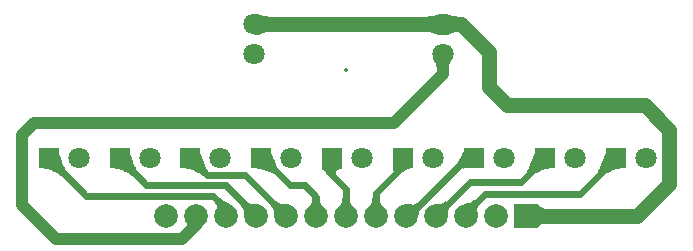
<source format=gbl>
%TF.GenerationSoftware,KiCad,Pcbnew,8.0.1*%
%TF.CreationDate,2024-06-22T15:25:25+02:00*%
%TF.ProjectId,BMW E30 VFL SI Indicator V2,424d5720-4533-4302-9056-464c20534920,rev?*%
%TF.SameCoordinates,Original*%
%TF.FileFunction,Copper,L2,Bot*%
%TF.FilePolarity,Positive*%
%FSLAX46Y46*%
G04 Gerber Fmt 4.6, Leading zero omitted, Abs format (unit mm)*
G04 Created by KiCad (PCBNEW 8.0.1) date 2024-06-22 15:25:25*
%MOMM*%
%LPD*%
G01*
G04 APERTURE LIST*
%TA.AperFunction,ComponentPad*%
%ADD10R,1.800000X1.800000*%
%TD*%
%TA.AperFunction,ComponentPad*%
%ADD11C,1.800000*%
%TD*%
%TA.AperFunction,ComponentPad*%
%ADD12R,2.000000X2.000000*%
%TD*%
%TA.AperFunction,ComponentPad*%
%ADD13C,2.000000*%
%TD*%
%TA.AperFunction,Conductor*%
%ADD14C,0.600000*%
%TD*%
%TA.AperFunction,Conductor*%
%ADD15C,1.300000*%
%TD*%
%TA.AperFunction,Conductor*%
%ADD16C,1.000000*%
%TD*%
%ADD17C,0.350000*%
G04 APERTURE END LIST*
D10*
%TO.P,D5,1,K*%
%TO.N,Net-(D5-K)*%
X149125000Y-85500000D03*
D11*
%TO.P,D5,2,A*%
%TO.N,Net-(D1-A)*%
X151665000Y-85500000D03*
%TD*%
D10*
%TO.P,D9,1,K*%
%TO.N,Net-(D9-K)*%
X125125000Y-85500000D03*
D11*
%TO.P,D9,2,A*%
%TO.N,Net-(D1-A)*%
X127665000Y-85500000D03*
%TD*%
D10*
%TO.P,D1,1,K*%
%TO.N,Net-(D1-K)*%
X173125000Y-85500000D03*
D11*
%TO.P,D1,2,A*%
%TO.N,Net-(D1-A)*%
X175665000Y-85500000D03*
%TD*%
D10*
%TO.P,D4,1,K*%
%TO.N,Net-(D4-K)*%
X155125000Y-85500000D03*
D11*
%TO.P,D4,2,A*%
%TO.N,Net-(D1-A)*%
X157665000Y-85500000D03*
%TD*%
D10*
%TO.P,D6,1,K*%
%TO.N,Net-(D6-K)*%
X143125000Y-85500000D03*
D11*
%TO.P,D6,2,A*%
%TO.N,Net-(D1-A)*%
X145665000Y-85500000D03*
%TD*%
D10*
%TO.P,D7,1,K*%
%TO.N,Net-(D7-K)*%
X137125000Y-85500000D03*
D11*
%TO.P,D7,2,A*%
%TO.N,Net-(D1-A)*%
X139665000Y-85500000D03*
%TD*%
D10*
%TO.P,D8,1,K*%
%TO.N,Net-(D8-K)*%
X131125000Y-85500000D03*
D11*
%TO.P,D8,2,A*%
%TO.N,Net-(D1-A)*%
X133665000Y-85500000D03*
%TD*%
%TO.P,LA2,1,-*%
%TO.N,Net-(J1-BULB_INSPECTION)*%
X158500000Y-76700000D03*
%TO.P,LA2,2,+*%
%TO.N,Net-(J1-GND_BULB)*%
X158500000Y-74160000D03*
%TD*%
%TO.P,LA1,1,-*%
%TO.N,Net-(J1-GND_BULB)*%
X142500000Y-74160000D03*
%TO.P,LA1,2,+*%
%TO.N,Net-(J1-BULB_OILSERVICE)*%
X142500000Y-76700000D03*
%TD*%
D10*
%TO.P,D3,1,K*%
%TO.N,Net-(D3-K)*%
X161125000Y-85500000D03*
D11*
%TO.P,D3,2,A*%
%TO.N,Net-(D1-A)*%
X163665000Y-85500000D03*
%TD*%
D12*
%TO.P,J1,1,GND_BULB*%
%TO.N,Net-(J1-GND_BULB)*%
X165540000Y-90360000D03*
D13*
%TO.P,J1,2,GND_LED*%
%TO.N,Net-(D1-A)*%
X163000000Y-90360000D03*
%TO.P,J1,3,LED_R3*%
%TO.N,Net-(D1-K)*%
X160460000Y-90360000D03*
%TO.P,J1,4,LED_R2*%
%TO.N,Net-(D2-K)*%
X157920000Y-90360000D03*
%TO.P,J1,5,LED_R1*%
%TO.N,Net-(D3-K)*%
X155380000Y-90360000D03*
%TO.P,J1,6,LED_Y*%
%TO.N,Net-(D4-K)*%
X152840000Y-90360000D03*
%TO.P,J1,7,LED_G5*%
%TO.N,Net-(D5-K)*%
X150300000Y-90360000D03*
%TO.P,J1,8,LED_G4*%
%TO.N,Net-(D6-K)*%
X147760000Y-90360000D03*
%TO.P,J1,9,LED_G3*%
%TO.N,Net-(D7-K)*%
X145220000Y-90360000D03*
%TO.P,J1,10,LED_G2*%
%TO.N,Net-(D8-K)*%
X142680000Y-90360000D03*
%TO.P,J1,11,LED_G1*%
%TO.N,Net-(D9-K)*%
X140140000Y-90360000D03*
%TO.P,J1,12,BULB_INSPECTION*%
%TO.N,Net-(J1-BULB_INSPECTION)*%
X137600000Y-90360000D03*
%TO.P,J1,13,BULB_OILSERVICE*%
%TO.N,Net-(J1-BULB_OILSERVICE)*%
X135060000Y-90360000D03*
%TD*%
D10*
%TO.P,D2,1,K*%
%TO.N,Net-(D2-K)*%
X167125000Y-85500000D03*
D11*
%TO.P,D2,2,A*%
%TO.N,Net-(D1-A)*%
X169665000Y-85500000D03*
%TD*%
D14*
%TO.N,Net-(D8-K)*%
X140095000Y-87775000D02*
X142680000Y-90360000D01*
X131125000Y-85500000D02*
X133400000Y-87775000D01*
X133400000Y-87775000D02*
X140095000Y-87775000D01*
%TO.N,Net-(D7-K)*%
X138525000Y-86900000D02*
X141760000Y-86900000D01*
X137125000Y-85500000D02*
X138525000Y-86900000D01*
X141760000Y-86900000D02*
X145220000Y-90360000D01*
%TO.N,Net-(D9-K)*%
X140140000Y-89763000D02*
X140140000Y-90360000D01*
X139041000Y-88664000D02*
X140140000Y-89763000D01*
X128289000Y-88664000D02*
X139041000Y-88664000D01*
X125125000Y-85500000D02*
X128289000Y-88664000D01*
%TO.N,Net-(D6-K)*%
X145518000Y-87775000D02*
X146788000Y-87775000D01*
X146788000Y-87775000D02*
X147760000Y-88747000D01*
X143243000Y-85500000D02*
X145518000Y-87775000D01*
X143125000Y-85500000D02*
X143243000Y-85500000D01*
X147760000Y-88747000D02*
X147760000Y-90360000D01*
%TO.N,Net-(D5-K)*%
X149125000Y-86898000D02*
X150300000Y-88073000D01*
X149125000Y-85500000D02*
X149125000Y-86898000D01*
X150300000Y-88073000D02*
X150300000Y-90360000D01*
%TO.N,Net-(D4-K)*%
X155125000Y-86169000D02*
X152840000Y-88454000D01*
X155125000Y-85500000D02*
X155125000Y-86169000D01*
X152840000Y-88454000D02*
X152840000Y-90360000D01*
%TO.N,Net-(D3-K)*%
X155633500Y-90360000D02*
X155380000Y-90360000D01*
X160493500Y-85500000D02*
X155633500Y-90360000D01*
X161125000Y-85500000D02*
X160493500Y-85500000D01*
%TO.N,Net-(D2-K)*%
X165104000Y-87521000D02*
X160759000Y-87521000D01*
X160759000Y-87521000D02*
X157920000Y-90360000D01*
X167125000Y-85500000D02*
X165104000Y-87521000D01*
%TO.N,Net-(D1-K)*%
X162028000Y-88537000D02*
X160460000Y-90105000D01*
X170088000Y-88537000D02*
X162028000Y-88537000D01*
X160460000Y-90105000D02*
X160460000Y-90360000D01*
X173125000Y-85500000D02*
X170088000Y-88537000D01*
D15*
%TO.N,Net-(J1-GND_BULB)*%
X174937000Y-90360000D02*
X165540000Y-90360000D01*
X175573000Y-81000000D02*
X177649000Y-83076000D01*
X162400000Y-79500000D02*
X163900000Y-81000000D01*
X163900000Y-81000000D02*
X175573000Y-81000000D01*
X162400000Y-76500000D02*
X162400000Y-79500000D01*
X177649000Y-87648000D02*
X174937000Y-90360000D01*
X160060000Y-74160000D02*
X162400000Y-76500000D01*
X158500000Y-74160000D02*
X160060000Y-74160000D01*
X177649000Y-83076000D02*
X177649000Y-87648000D01*
D16*
%TO.N,Net-(J1-BULB_INSPECTION)*%
X158500000Y-78400000D02*
X158500000Y-76700000D01*
X122900000Y-89500000D02*
X122900000Y-83500000D01*
X123900000Y-82500000D02*
X154400000Y-82500000D01*
X154400000Y-82500000D02*
X158500000Y-78400000D01*
X125747000Y-92347000D02*
X122900000Y-89500000D01*
X136374000Y-92347000D02*
X125747000Y-92347000D01*
X137600000Y-91121000D02*
X136374000Y-92347000D01*
X122900000Y-83500000D02*
X123900000Y-82500000D01*
X137600000Y-90360000D02*
X137600000Y-91121000D01*
D14*
%TO.N,Net-(D5-K)*%
X149125000Y-85500000D02*
X149150000Y-85525000D01*
D15*
%TO.N,Net-(J1-GND_BULB)*%
X142500000Y-74160000D02*
X158500000Y-74160000D01*
%TD*%
%TA.AperFunction,Conductor*%
%TO.N,Net-(J1-GND_BULB)*%
G36*
X142512541Y-73260930D02*
G01*
X142849378Y-73285924D01*
X142851372Y-73286249D01*
X143094682Y-73347869D01*
X143095683Y-73348171D01*
X143304805Y-73422000D01*
X143549606Y-73483999D01*
X143549610Y-73484000D01*
X143889166Y-73509196D01*
X143897163Y-73513226D01*
X143900000Y-73520864D01*
X143900000Y-74799135D01*
X143896573Y-74807408D01*
X143889166Y-74810803D01*
X143549607Y-74836000D01*
X143304800Y-74898000D01*
X143095694Y-74971823D01*
X143094671Y-74972132D01*
X142851378Y-75033749D01*
X142849372Y-75034075D01*
X142512552Y-75059068D01*
X142504048Y-75056263D01*
X142500018Y-75048266D01*
X142499986Y-75047413D01*
X142499000Y-74160026D01*
X142499000Y-74160000D01*
X142499986Y-73272586D01*
X142503422Y-73264317D01*
X142511699Y-73260899D01*
X142512541Y-73260930D01*
G37*
%TD.AperFunction*%
%TD*%
%TA.AperFunction,Conductor*%
%TO.N,Net-(J1-BULB_INSPECTION)*%
G36*
X159000000Y-78100000D02*
G01*
X159014151Y-77826853D01*
X159055714Y-77636644D01*
X159123351Y-77477450D01*
X159215722Y-77297348D01*
X159331492Y-77044415D01*
X158500000Y-76699000D01*
X157668508Y-77044415D01*
X157784276Y-77297348D01*
X157876648Y-77477450D01*
X157944284Y-77636644D01*
X157985848Y-77826853D01*
X158000000Y-78100000D01*
X159000000Y-78100000D01*
G37*
%TD.AperFunction*%
%TD*%
%TA.AperFunction,Conductor*%
%TO.N,Net-(J1-BULB_INSPECTION)*%
G36*
X137400652Y-92027454D02*
G01*
X137629388Y-91793112D01*
X137786956Y-91622178D01*
X137920801Y-91472381D01*
X138078369Y-91301448D01*
X138307107Y-91067107D01*
X137600707Y-90359293D01*
X136600000Y-90360000D01*
X136642478Y-90612385D01*
X136731176Y-90808210D01*
X136807990Y-90973876D01*
X136814815Y-91135788D01*
X136693546Y-91320348D01*
X137400652Y-92027454D01*
G37*
%TD.AperFunction*%
%TD*%
%TA.AperFunction,Conductor*%
%TO.N,Net-(J1-GND_BULB)*%
G36*
X167040000Y-89710000D02*
G01*
X166939999Y-89676619D01*
X166839999Y-89624928D01*
X166740000Y-89554928D01*
X166640000Y-89466619D01*
X166540000Y-89360000D01*
X165539000Y-90360000D01*
X166540000Y-91360000D01*
X166640000Y-91253380D01*
X166740000Y-91165071D01*
X166839999Y-91095071D01*
X166939999Y-91043380D01*
X167040000Y-91010000D01*
X167040000Y-89710000D01*
G37*
%TD.AperFunction*%
%TD*%
%TA.AperFunction,Conductor*%
%TO.N,Net-(J1-GND_BULB)*%
G36*
X159900000Y-73510000D02*
G01*
X159549610Y-73484000D01*
X159304805Y-73422000D01*
X159095194Y-73347999D01*
X158850389Y-73286000D01*
X158500000Y-73260000D01*
X158499000Y-74160000D01*
X158500000Y-75060000D01*
X158850389Y-75034000D01*
X159095194Y-74972000D01*
X159304805Y-74897999D01*
X159549610Y-74836000D01*
X159900000Y-74810000D01*
X159900000Y-73510000D01*
G37*
%TD.AperFunction*%
%TD*%
%TA.AperFunction,Conductor*%
%TO.N,Net-(J1-GND_BULB)*%
G36*
X157100000Y-74810000D02*
G01*
X157450389Y-74836000D01*
X157695194Y-74898000D01*
X157904805Y-74971999D01*
X158149610Y-75034000D01*
X158500000Y-75060000D01*
X158501000Y-74160000D01*
X158500000Y-73260000D01*
X158149610Y-73286000D01*
X157904805Y-73348000D01*
X157695194Y-73421999D01*
X157450389Y-73484000D01*
X157100000Y-73510000D01*
X157100000Y-74810000D01*
G37*
%TD.AperFunction*%
%TD*%
%TA.AperFunction,Conductor*%
%TO.N,Net-(D1-K)*%
G36*
X161155667Y-88985069D02*
G01*
X160936661Y-89169199D01*
X160753064Y-89257955D01*
X160571136Y-89299750D01*
X160357134Y-89342999D01*
X160077317Y-89436120D01*
X160459293Y-90360707D01*
X161460000Y-90360000D01*
X161439950Y-90109678D01*
X161404648Y-89915960D01*
X161391364Y-89752337D01*
X161437368Y-89592298D01*
X161579931Y-89409333D01*
X161155667Y-88985069D01*
G37*
%TD.AperFunction*%
%TD*%
%TA.AperFunction,Conductor*%
%TO.N,Net-(D1-K)*%
G36*
X172083579Y-86965685D02*
G01*
X172366421Y-86780547D01*
X172649264Y-86631410D01*
X172932106Y-86518274D01*
X173214949Y-86441137D01*
X173497792Y-86400000D01*
X173125707Y-85499293D01*
X172225000Y-85127208D01*
X172111862Y-85482050D01*
X171998725Y-85800893D01*
X171885589Y-86083735D01*
X171772452Y-86330578D01*
X171659315Y-86541421D01*
X172083579Y-86965685D01*
G37*
%TD.AperFunction*%
%TD*%
%TA.AperFunction,Conductor*%
%TO.N,Net-(D2-K)*%
G36*
X158768528Y-89087208D02*
G01*
X158523494Y-89273725D01*
X158309936Y-89334959D01*
X158095773Y-89337826D01*
X157848927Y-89349241D01*
X157537317Y-89436120D01*
X157919293Y-90360707D01*
X158843880Y-90742683D01*
X158930757Y-90431072D01*
X158942172Y-90184225D01*
X158945039Y-89970063D01*
X159006274Y-89756505D01*
X159192792Y-89511472D01*
X158768528Y-89087208D01*
G37*
%TD.AperFunction*%
%TD*%
%TA.AperFunction,Conductor*%
%TO.N,Net-(D2-K)*%
G36*
X166083579Y-86965685D02*
G01*
X166366421Y-86780547D01*
X166649264Y-86631410D01*
X166932106Y-86518274D01*
X167214949Y-86441137D01*
X167497792Y-86400000D01*
X167125707Y-85499293D01*
X166225000Y-85127208D01*
X166111862Y-85482050D01*
X165998725Y-85800893D01*
X165885589Y-86083735D01*
X165772452Y-86330578D01*
X165659315Y-86541421D01*
X166083579Y-86965685D01*
G37*
%TD.AperFunction*%
%TD*%
%TA.AperFunction,Conductor*%
%TO.N,Net-(D3-K)*%
G36*
X156330066Y-89239170D02*
G01*
X156147205Y-89381760D01*
X155987276Y-89427979D01*
X155823772Y-89414985D01*
X155630182Y-89379939D01*
X155380000Y-89360000D01*
X155379293Y-90360707D01*
X156303880Y-90742683D01*
X156396960Y-90462686D01*
X156440026Y-90248488D01*
X156481596Y-90066363D01*
X156570191Y-89882587D01*
X156754330Y-89663434D01*
X156330066Y-89239170D01*
G37*
%TD.AperFunction*%
%TD*%
%TA.AperFunction,Conductor*%
%TO.N,Net-(D3-K)*%
G36*
X160083579Y-86334185D02*
G01*
X160111863Y-86337988D01*
X160140147Y-86346472D01*
X160168431Y-86359635D01*
X160196715Y-86377478D01*
X160225000Y-86400000D01*
X161125707Y-85499293D01*
X160225000Y-84941675D01*
X160111862Y-85202606D01*
X159998725Y-85429897D01*
X159885589Y-85623546D01*
X159772452Y-85783554D01*
X159659315Y-85909921D01*
X160083579Y-86334185D01*
G37*
%TD.AperFunction*%
%TD*%
%TA.AperFunction,Conductor*%
%TO.N,Net-(D4-K)*%
G36*
X154752579Y-86965685D02*
G01*
X154941778Y-86786413D01*
X155130978Y-86640210D01*
X155320179Y-86527073D01*
X155509379Y-86447003D01*
X155698579Y-86400000D01*
X155125707Y-85499293D01*
X154225000Y-86400000D01*
X154245662Y-86417775D01*
X154266325Y-86440806D01*
X154286989Y-86469090D01*
X154307652Y-86502628D01*
X154328315Y-86541421D01*
X154752579Y-86965685D01*
G37*
%TD.AperFunction*%
%TD*%
%TA.AperFunction,Conductor*%
%TO.N,Net-(D4-K)*%
G36*
X152540000Y-88860000D02*
G01*
X152498622Y-89165152D01*
X152390913Y-89359460D01*
X152241504Y-89512923D01*
X152075028Y-89695542D01*
X151916120Y-89977317D01*
X152840000Y-90361000D01*
X153763880Y-89977317D01*
X153604970Y-89695542D01*
X153438495Y-89512923D01*
X153289086Y-89359460D01*
X153181377Y-89165152D01*
X153140000Y-88860000D01*
X152540000Y-88860000D01*
G37*
%TD.AperFunction*%
%TD*%
%TA.AperFunction,Conductor*%
%TO.N,Net-(D5-K)*%
G36*
X150000000Y-88860000D02*
G01*
X149958622Y-89165152D01*
X149850913Y-89359460D01*
X149701504Y-89512923D01*
X149535028Y-89695542D01*
X149376120Y-89977317D01*
X150300000Y-90361000D01*
X151223880Y-89977317D01*
X151064970Y-89695542D01*
X150898495Y-89512923D01*
X150749086Y-89359460D01*
X150641377Y-89165152D01*
X150600000Y-88860000D01*
X150000000Y-88860000D01*
G37*
%TD.AperFunction*%
%TD*%
%TA.AperFunction,Conductor*%
%TO.N,Net-(D5-K)*%
G36*
X149338546Y-86687283D02*
G01*
X149475836Y-86585177D01*
X149613127Y-86505396D01*
X149750418Y-86447940D01*
X149887709Y-86412807D01*
X150025000Y-86400000D01*
X149124293Y-85499293D01*
X148225657Y-86400000D01*
X148363382Y-86482897D01*
X148501107Y-86595500D01*
X148638832Y-86737809D01*
X148776557Y-86909824D01*
X148914283Y-87111546D01*
X149338546Y-86687283D01*
G37*
%TD.AperFunction*%
%TD*%
%TA.AperFunction,Conductor*%
%TO.N,Net-(D6-K)*%
G36*
X144590685Y-86423421D02*
G01*
X144477547Y-86230909D01*
X144364410Y-86002398D01*
X144251274Y-85737886D01*
X144138137Y-85437375D01*
X144025000Y-85100864D01*
X143124293Y-85499293D01*
X142778026Y-86400000D01*
X143055704Y-86417536D01*
X143333383Y-86471073D01*
X143611063Y-86560611D01*
X143888742Y-86686148D01*
X144166421Y-86847685D01*
X144590685Y-86423421D01*
G37*
%TD.AperFunction*%
%TD*%
%TA.AperFunction,Conductor*%
%TO.N,Net-(D6-K)*%
G36*
X147460000Y-88860000D02*
G01*
X147418622Y-89165152D01*
X147310913Y-89359460D01*
X147161504Y-89512923D01*
X146995028Y-89695542D01*
X146836120Y-89977317D01*
X147760000Y-90361000D01*
X148683880Y-89977317D01*
X148524970Y-89695542D01*
X148358495Y-89512923D01*
X148209086Y-89359460D01*
X148101377Y-89165152D01*
X148060000Y-88860000D01*
X147460000Y-88860000D01*
G37*
%TD.AperFunction*%
%TD*%
%TA.AperFunction,Conductor*%
%TO.N,Net-(D9-K)*%
G36*
X139238177Y-89285441D02*
G01*
X139374461Y-89491895D01*
X139368424Y-89673111D01*
X139284429Y-89858554D01*
X139186834Y-90077694D01*
X139140000Y-90360000D01*
X140140707Y-90360707D01*
X140847107Y-89652893D01*
X140578816Y-89425469D01*
X140357561Y-89301666D01*
X140151985Y-89212403D01*
X139930730Y-89088599D01*
X139662441Y-88861177D01*
X139238177Y-89285441D01*
G37*
%TD.AperFunction*%
%TD*%
%TA.AperFunction,Conductor*%
%TO.N,Net-(D9-K)*%
G36*
X126590685Y-86541421D02*
G01*
X126477547Y-86330578D01*
X126364410Y-86083735D01*
X126251274Y-85800893D01*
X126138137Y-85482050D01*
X126025000Y-85127208D01*
X125124293Y-85499293D01*
X124752208Y-86400000D01*
X125035050Y-86441137D01*
X125317893Y-86518274D01*
X125600735Y-86631410D01*
X125883578Y-86780547D01*
X126166421Y-86965685D01*
X126590685Y-86541421D01*
G37*
%TD.AperFunction*%
%TD*%
%TA.AperFunction,Conductor*%
%TO.N,Net-(D7-K)*%
G36*
X138590685Y-86541421D02*
G01*
X138477547Y-86330578D01*
X138364410Y-86083735D01*
X138251274Y-85800893D01*
X138138137Y-85482050D01*
X138025000Y-85127208D01*
X137124293Y-85499293D01*
X136752208Y-86400000D01*
X137035050Y-86441137D01*
X137317893Y-86518274D01*
X137600735Y-86631410D01*
X137883578Y-86780547D01*
X138166421Y-86965685D01*
X138590685Y-86541421D01*
G37*
%TD.AperFunction*%
%TD*%
%TA.AperFunction,Conductor*%
%TO.N,Net-(D7-K)*%
G36*
X143947208Y-89511472D02*
G01*
X144133725Y-89756505D01*
X144194959Y-89970063D01*
X144197826Y-90184225D01*
X144209241Y-90431072D01*
X144296120Y-90742683D01*
X145220707Y-90360707D01*
X145602683Y-89436120D01*
X145291072Y-89349241D01*
X145044225Y-89337826D01*
X144830063Y-89334959D01*
X144616505Y-89273725D01*
X144371472Y-89087208D01*
X143947208Y-89511472D01*
G37*
%TD.AperFunction*%
%TD*%
%TA.AperFunction,Conductor*%
%TO.N,Net-(D8-K)*%
G36*
X141407208Y-89511472D02*
G01*
X141593725Y-89756505D01*
X141654959Y-89970063D01*
X141657826Y-90184225D01*
X141669241Y-90431072D01*
X141756120Y-90742683D01*
X142680707Y-90360707D01*
X143062683Y-89436120D01*
X142751072Y-89349241D01*
X142504225Y-89337826D01*
X142290063Y-89334959D01*
X142076505Y-89273725D01*
X141831472Y-89087208D01*
X141407208Y-89511472D01*
G37*
%TD.AperFunction*%
%TD*%
%TA.AperFunction,Conductor*%
%TO.N,Net-(D8-K)*%
G36*
X132590685Y-86541421D02*
G01*
X132477547Y-86330578D01*
X132364410Y-86083735D01*
X132251274Y-85800893D01*
X132138137Y-85482050D01*
X132025000Y-85127208D01*
X131124293Y-85499293D01*
X130752208Y-86400000D01*
X131035050Y-86441137D01*
X131317893Y-86518274D01*
X131600735Y-86631410D01*
X131883578Y-86780547D01*
X132166421Y-86965685D01*
X132590685Y-86541421D01*
G37*
%TD.AperFunction*%
%TD*%
D17*
X149125000Y-85500000D03*
X151665000Y-85500000D03*
X125125000Y-85500000D03*
X127665000Y-85500000D03*
X173125000Y-85500000D03*
X175665000Y-85500000D03*
X155125000Y-85500000D03*
X157665000Y-85500000D03*
X143125000Y-85500000D03*
X145665000Y-85500000D03*
X137125000Y-85500000D03*
X139665000Y-85500000D03*
X131125000Y-85500000D03*
X133665000Y-85500000D03*
X158500000Y-76700000D03*
X158500000Y-74160000D03*
X142500000Y-74160000D03*
X142500000Y-76700000D03*
X161125000Y-85500000D03*
X163665000Y-85500000D03*
X150300000Y-78000000D03*
X165540000Y-90360000D03*
X163000000Y-90360000D03*
X160460000Y-90360000D03*
X157920000Y-90360000D03*
X155380000Y-90360000D03*
X152840000Y-90360000D03*
X150300000Y-90360000D03*
X147760000Y-90360000D03*
X145220000Y-90360000D03*
X142680000Y-90360000D03*
X140140000Y-90360000D03*
X137600000Y-90360000D03*
X135060000Y-90360000D03*
X167125000Y-85500000D03*
X169665000Y-85500000D03*
M02*

</source>
